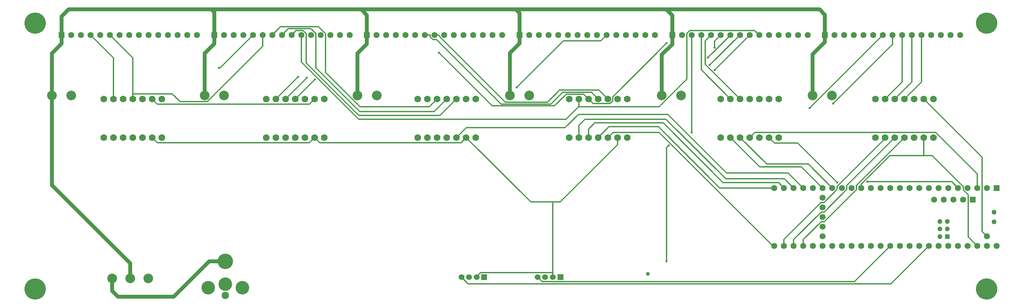
<source format=gbl>
%TF.GenerationSoftware,KiCad,Pcbnew,7.0.2-6a45011f42~172~ubuntu22.04.1*%
%TF.CreationDate,2023-06-12T08:58:01-07:00*%
%TF.ProjectId,arena,6172656e-612e-46b6-9963-61645f706362,rev?*%
%TF.SameCoordinates,Original*%
%TF.FileFunction,Copper,L4,Bot*%
%TF.FilePolarity,Positive*%
%FSLAX46Y46*%
G04 Gerber Fmt 4.6, Leading zero omitted, Abs format (unit mm)*
G04 Created by KiCad (PCBNEW 7.0.2-6a45011f42~172~ubuntu22.04.1) date 2023-06-12 08:58:01*
%MOMM*%
%LPD*%
G01*
G04 APERTURE LIST*
%TA.AperFunction,ComponentPad*%
%ADD10C,2.540000*%
%TD*%
%TA.AperFunction,ComponentPad*%
%ADD11R,1.600000X1.600000*%
%TD*%
%TA.AperFunction,ComponentPad*%
%ADD12C,1.600000*%
%TD*%
%TA.AperFunction,ComponentPad*%
%ADD13C,1.778000*%
%TD*%
%TA.AperFunction,ComponentPad*%
%ADD14C,3.556000*%
%TD*%
%TA.AperFunction,ComponentPad*%
%ADD15C,1.930400*%
%TD*%
%TA.AperFunction,ComponentPad*%
%ADD16C,4.064000*%
%TD*%
%TA.AperFunction,ComponentPad*%
%ADD17R,1.524000X1.524000*%
%TD*%
%TA.AperFunction,ComponentPad*%
%ADD18C,1.524000*%
%TD*%
%TA.AperFunction,ComponentPad*%
%ADD19C,5.600000*%
%TD*%
%TA.AperFunction,ComponentPad*%
%ADD20R,1.300000X1.300000*%
%TD*%
%TA.AperFunction,ComponentPad*%
%ADD21C,1.300000*%
%TD*%
%TA.AperFunction,ViaPad*%
%ADD22C,0.600000*%
%TD*%
%TA.AperFunction,ViaPad*%
%ADD23C,1.000000*%
%TD*%
%TA.AperFunction,Conductor*%
%ADD24C,0.300000*%
%TD*%
%TA.AperFunction,Conductor*%
%ADD25C,1.000000*%
%TD*%
G04 APERTURE END LIST*
D10*
%TO.P,C1,1*%
%TO.N,/VIN*%
X49460000Y-74000000D03*
%TO.P,C1,2*%
%TO.N,GND*%
X54540000Y-74000000D03*
%TD*%
%TO.P,C2,1*%
%TO.N,/VIN*%
X89530200Y-74000000D03*
%TO.P,C2,2*%
%TO.N,GND*%
X94610200Y-74000000D03*
%TD*%
%TO.P,C3,1*%
%TO.N,/VIN*%
X129680200Y-74000000D03*
%TO.P,C3,2*%
%TO.N,GND*%
X134760200Y-74000000D03*
%TD*%
%TO.P,C4,1*%
%TO.N,/VIN*%
X169710000Y-74000000D03*
%TO.P,C4,2*%
%TO.N,GND*%
X174790000Y-74000000D03*
%TD*%
%TO.P,C5,1*%
%TO.N,/VIN*%
X209630200Y-74000000D03*
%TO.P,C5,2*%
%TO.N,GND*%
X214710200Y-74000000D03*
%TD*%
D11*
%TO.P,P1,1*%
%TO.N,/VIN*%
X51970000Y-58100000D03*
D12*
%TO.P,P1,2*%
%TO.N,GND*%
X54510000Y-58100000D03*
%TO.P,P1,3*%
%TO.N,/RESET_PAN*%
X57050000Y-58100000D03*
%TO.P,P1,4*%
%TO.N,/SCK_0_5V*%
X59590000Y-58100000D03*
%TO.P,P1,5*%
%TO.N,/MOSI_0_5V*%
X62130000Y-58100000D03*
%TO.P,P1,6*%
%TO.N,/MISO_0_5V*%
X64670000Y-58100000D03*
%TO.P,P1,7*%
%TO.N,/CS_00_5V*%
X67210000Y-58100000D03*
%TO.P,P1,8*%
%TO.N,/CS_01_5V*%
X69750000Y-58100000D03*
%TO.P,P1,9*%
%TO.N,/CS_02_5V*%
X72290000Y-58100000D03*
%TO.P,P1,10*%
%TO.N,/CS_03_5V*%
X74830000Y-58100000D03*
%TO.P,P1,11*%
%TO.N,/CS_04_5V*%
X77370000Y-58100000D03*
%TO.P,P1,12*%
%TO.N,unconnected-(P1-Pad12)*%
X79910000Y-58100000D03*
%TO.P,P1,13*%
%TO.N,unconnected-(P1-Pad13)*%
X82450000Y-58100000D03*
%TO.P,P1,14*%
%TO.N,unconnected-(P1-Pad14)*%
X84990000Y-58100000D03*
%TO.P,P1,15*%
%TO.N,/EXT_INT_5V*%
X87530000Y-58100000D03*
%TD*%
D11*
%TO.P,P2,1*%
%TO.N,/VIN*%
X92070000Y-58100000D03*
D12*
%TO.P,P2,2*%
%TO.N,GND*%
X94610000Y-58100000D03*
%TO.P,P2,3*%
%TO.N,/RESET_PAN*%
X97150000Y-58100000D03*
%TO.P,P2,4*%
%TO.N,/SCK_0_5V*%
X99690000Y-58100000D03*
%TO.P,P2,5*%
%TO.N,/MOSI_0_5V*%
X102230000Y-58100000D03*
%TO.P,P2,6*%
%TO.N,/MISO_0_5V*%
X104770000Y-58100000D03*
%TO.P,P2,7*%
%TO.N,/CS_05_5V*%
X107310000Y-58100000D03*
%TO.P,P2,8*%
%TO.N,/CS_06_5V*%
X109850000Y-58100000D03*
%TO.P,P2,9*%
%TO.N,/CS_07_5V*%
X112390000Y-58100000D03*
%TO.P,P2,10*%
%TO.N,/CS_08_5V*%
X114930000Y-58100000D03*
%TO.P,P2,11*%
%TO.N,/CS_09_5V*%
X117470000Y-58100000D03*
%TO.P,P2,12*%
%TO.N,unconnected-(P2-Pad12)*%
X120010000Y-58100000D03*
%TO.P,P2,13*%
%TO.N,unconnected-(P2-Pad13)*%
X122550000Y-58100000D03*
%TO.P,P2,14*%
%TO.N,unconnected-(P2-Pad14)*%
X125090000Y-58100000D03*
%TO.P,P2,15*%
%TO.N,/EXT_INT_5V*%
X127630000Y-58100000D03*
%TD*%
D11*
%TO.P,P3,1*%
%TO.N,/VIN*%
X132170000Y-58100000D03*
D12*
%TO.P,P3,2*%
%TO.N,GND*%
X134710000Y-58100000D03*
%TO.P,P3,3*%
%TO.N,/RESET_PAN*%
X137250000Y-58100000D03*
%TO.P,P3,4*%
%TO.N,/SCK_0_5V*%
X139790000Y-58100000D03*
%TO.P,P3,5*%
%TO.N,/MOSI_0_5V*%
X142330000Y-58100000D03*
%TO.P,P3,6*%
%TO.N,/MISO_0_5V*%
X144870000Y-58100000D03*
%TO.P,P3,7*%
%TO.N,/CS_10_5V*%
X147410000Y-58100000D03*
%TO.P,P3,8*%
%TO.N,/CS_11_5V*%
X149950000Y-58100000D03*
%TO.P,P3,9*%
%TO.N,/CS_12_5V*%
X152490000Y-58100000D03*
%TO.P,P3,10*%
%TO.N,/CS_13_5V*%
X155030000Y-58100000D03*
%TO.P,P3,11*%
%TO.N,/CS_14_5V*%
X157570000Y-58100000D03*
%TO.P,P3,12*%
%TO.N,unconnected-(P3-Pad12)*%
X160110000Y-58100000D03*
%TO.P,P3,13*%
%TO.N,unconnected-(P3-Pad13)*%
X162650000Y-58100000D03*
%TO.P,P3,14*%
%TO.N,unconnected-(P3-Pad14)*%
X165190000Y-58100000D03*
%TO.P,P3,15*%
%TO.N,/EXT_INT_5V*%
X167730000Y-58100000D03*
%TD*%
D11*
%TO.P,P4,1*%
%TO.N,/VIN*%
X172270000Y-58100000D03*
D12*
%TO.P,P4,2*%
%TO.N,GND*%
X174810000Y-58100000D03*
%TO.P,P4,3*%
%TO.N,/RESET_PAN*%
X177350000Y-58100000D03*
%TO.P,P4,4*%
%TO.N,/SCK_1_5V*%
X179890000Y-58100000D03*
%TO.P,P4,5*%
%TO.N,/MOSI_1_5V*%
X182430000Y-58100000D03*
%TO.P,P4,6*%
%TO.N,/MISO_1_5V*%
X184970000Y-58100000D03*
%TO.P,P4,7*%
%TO.N,/CS_00_5V*%
X187510000Y-58100000D03*
%TO.P,P4,8*%
%TO.N,/CS_01_5V*%
X190050000Y-58100000D03*
%TO.P,P4,9*%
%TO.N,/CS_02_5V*%
X192590000Y-58100000D03*
%TO.P,P4,10*%
%TO.N,/CS_03_5V*%
X195130000Y-58100000D03*
%TO.P,P4,11*%
%TO.N,/CS_04_5V*%
X197670000Y-58100000D03*
%TO.P,P4,12*%
%TO.N,unconnected-(P4-Pad12)*%
X200210000Y-58100000D03*
%TO.P,P4,13*%
%TO.N,unconnected-(P4-Pad13)*%
X202750000Y-58100000D03*
%TO.P,P4,14*%
%TO.N,unconnected-(P4-Pad14)*%
X205290000Y-58100000D03*
%TO.P,P4,15*%
%TO.N,/EXT_INT_5V*%
X207830000Y-58100000D03*
%TD*%
D11*
%TO.P,P5,1*%
%TO.N,/VIN*%
X212370000Y-58100000D03*
D12*
%TO.P,P5,2*%
%TO.N,GND*%
X214910000Y-58100000D03*
%TO.P,P5,3*%
%TO.N,/RESET_PAN*%
X217450000Y-58100000D03*
%TO.P,P5,4*%
%TO.N,/SCK_1_5V*%
X219990000Y-58100000D03*
%TO.P,P5,5*%
%TO.N,/MOSI_1_5V*%
X222530000Y-58100000D03*
%TO.P,P5,6*%
%TO.N,/MISO_1_5V*%
X225070000Y-58100000D03*
%TO.P,P5,7*%
%TO.N,/CS_05_5V*%
X227610000Y-58100000D03*
%TO.P,P5,8*%
%TO.N,/CS_06_5V*%
X230150000Y-58100000D03*
%TO.P,P5,9*%
%TO.N,/CS_07_5V*%
X232690000Y-58100000D03*
%TO.P,P5,10*%
%TO.N,/CS_08_5V*%
X235230000Y-58100000D03*
%TO.P,P5,11*%
%TO.N,/CS_09_5V*%
X237770000Y-58100000D03*
%TO.P,P5,12*%
%TO.N,unconnected-(P5-Pad12)*%
X240310000Y-58100000D03*
%TO.P,P5,13*%
%TO.N,unconnected-(P5-Pad13)*%
X242850000Y-58100000D03*
%TO.P,P5,14*%
%TO.N,unconnected-(P5-Pad14)*%
X245390000Y-58100000D03*
%TO.P,P5,15*%
%TO.N,/EXT_INT_5V*%
X247930000Y-58100000D03*
%TD*%
D11*
%TO.P,P6,1*%
%TO.N,/VIN*%
X252470000Y-58100000D03*
D12*
%TO.P,P6,2*%
%TO.N,GND*%
X255010000Y-58100000D03*
%TO.P,P6,3*%
%TO.N,/RESET_PAN*%
X257550000Y-58100000D03*
%TO.P,P6,4*%
%TO.N,/SCK_1_5V*%
X260090000Y-58100000D03*
%TO.P,P6,5*%
%TO.N,/MOSI_1_5V*%
X262630000Y-58100000D03*
%TO.P,P6,6*%
%TO.N,/MISO_1_5V*%
X265170000Y-58100000D03*
%TO.P,P6,7*%
%TO.N,/CS_10_5V*%
X267710000Y-58100000D03*
%TO.P,P6,8*%
%TO.N,/CS_11_5V*%
X270250000Y-58100000D03*
%TO.P,P6,9*%
%TO.N,/CS_12_5V*%
X272790000Y-58100000D03*
%TO.P,P6,10*%
%TO.N,/CS_13_5V*%
X275330000Y-58100000D03*
%TO.P,P6,11*%
%TO.N,/CS_14_5V*%
X277870000Y-58100000D03*
%TO.P,P6,12*%
%TO.N,unconnected-(P6-Pad12)*%
X280410000Y-58100000D03*
%TO.P,P6,13*%
%TO.N,unconnected-(P6-Pad13)*%
X282950000Y-58100000D03*
%TO.P,P6,14*%
%TO.N,unconnected-(P6-Pad14)*%
X285490000Y-58100000D03*
%TO.P,P6,15*%
%TO.N,/EXT_INT_5V*%
X288030000Y-58100000D03*
%TD*%
D10*
%TO.P,SW1,1,A*%
%TO.N,/VIN_SW*%
X65250200Y-122200000D03*
%TO.P,SW1,2,B*%
%TO.N,/VIN*%
X70000000Y-122200000D03*
%TO.P,SW1,3,C*%
%TO.N,GND*%
X74749800Y-122200000D03*
%TD*%
D13*
%TO.P,U1,1,OE*%
%TO.N,unconnected-(U1-OE-Pad1)*%
X63060000Y-85080000D03*
%TO.P,U1,2,A1*%
%TO.N,/SCK_0_3V3*%
X65600000Y-85080000D03*
%TO.P,U1,3,A2*%
%TO.N,/MOSI_0_3V3*%
X68140000Y-85080000D03*
%TO.P,U1,4,A3*%
%TO.N,/MISO_0_3V3*%
X70680000Y-85080000D03*
%TO.P,U1,5,A4*%
%TO.N,unconnected-(U1-A4-Pad5)*%
X73220000Y-85080000D03*
%TO.P,U1,6,LV*%
%TO.N,/3V3*%
X75760000Y-85080000D03*
%TO.P,U1,7,GND*%
%TO.N,GND*%
X78300000Y-85080000D03*
%TO.P,U1,8,GND*%
X78300000Y-74920000D03*
%TO.P,U1,9,HV*%
%TO.N,/5V*%
X75760000Y-74920000D03*
%TO.P,U1,10,B4*%
%TO.N,unconnected-(U1-B4-Pad10)*%
X73220000Y-74920000D03*
%TO.P,U1,11,B3*%
%TO.N,/MISO_0_5V*%
X70680000Y-74920000D03*
%TO.P,U1,12,B2*%
%TO.N,/MOSI_0_5V*%
X68140000Y-74920000D03*
%TO.P,U1,13,B1*%
%TO.N,/SCK_0_5V*%
X65600000Y-74920000D03*
%TO.P,U1,14,OE*%
%TO.N,unconnected-(U1-OE-Pad14)*%
X63060000Y-74920000D03*
%TD*%
%TO.P,U2,1,OE*%
%TO.N,unconnected-(U2-OE-Pad1)*%
X225120000Y-85080000D03*
%TO.P,U2,2,A1*%
%TO.N,/SCK_1_3V3*%
X227660000Y-85080000D03*
%TO.P,U2,3,A2*%
%TO.N,/MOSI_1_3V3*%
X230200000Y-85080000D03*
%TO.P,U2,4,A3*%
%TO.N,/MISO_1_3V3*%
X232740000Y-85080000D03*
%TO.P,U2,5,A4*%
%TO.N,unconnected-(U2-A4-Pad5)*%
X235280000Y-85080000D03*
%TO.P,U2,6,LV*%
%TO.N,/3V3*%
X237820000Y-85080000D03*
%TO.P,U2,7,GND*%
%TO.N,GND*%
X240360000Y-85080000D03*
%TO.P,U2,8,GND*%
X240360000Y-74920000D03*
%TO.P,U2,9,HV*%
%TO.N,/5V*%
X237820000Y-74920000D03*
%TO.P,U2,10,B4*%
%TO.N,unconnected-(U2-B4-Pad10)*%
X235280000Y-74920000D03*
%TO.P,U2,11,B3*%
%TO.N,/MISO_1_5V*%
X232740000Y-74920000D03*
%TO.P,U2,12,B2*%
%TO.N,/MOSI_1_5V*%
X230200000Y-74920000D03*
%TO.P,U2,13,B1*%
%TO.N,/SCK_1_5V*%
X227660000Y-74920000D03*
%TO.P,U2,14,OE*%
%TO.N,unconnected-(U2-OE-Pad14)*%
X225120000Y-74920000D03*
%TD*%
%TO.P,U3,1,OE*%
%TO.N,unconnected-(U3-OE-Pad1)*%
X105740000Y-85080000D03*
%TO.P,U3,2,A1*%
%TO.N,/CS_00_3V3*%
X108280000Y-85080000D03*
%TO.P,U3,3,A2*%
%TO.N,/CS_01_3V3*%
X110820000Y-85080000D03*
%TO.P,U3,4,A3*%
%TO.N,/CS_02_3V3*%
X113360000Y-85080000D03*
%TO.P,U3,5,A4*%
%TO.N,/CS_03_3V3*%
X115900000Y-85080000D03*
%TO.P,U3,6,LV*%
%TO.N,/3V3*%
X118440000Y-85080000D03*
%TO.P,U3,7,GND*%
%TO.N,GND*%
X120980000Y-85080000D03*
%TO.P,U3,8,GND*%
X120980000Y-74920000D03*
%TO.P,U3,9,HV*%
%TO.N,/5V*%
X118440000Y-74920000D03*
%TO.P,U3,10,B4*%
%TO.N,/CS_03_5V*%
X115900000Y-74920000D03*
%TO.P,U3,11,B3*%
%TO.N,/CS_02_5V*%
X113360000Y-74920000D03*
%TO.P,U3,12,B2*%
%TO.N,/CS_01_5V*%
X110820000Y-74920000D03*
%TO.P,U3,13,B1*%
%TO.N,/CS_00_5V*%
X108280000Y-74920000D03*
%TO.P,U3,14,OE*%
%TO.N,unconnected-(U3-OE-Pad14)*%
X105740000Y-74920000D03*
%TD*%
%TO.P,U4,1,OE*%
%TO.N,unconnected-(U4-OE-Pad1)*%
X145560000Y-85080000D03*
%TO.P,U4,2,A1*%
%TO.N,/CS_04_3V3*%
X148100000Y-85080000D03*
%TO.P,U4,3,A2*%
%TO.N,/CS_05_3V3*%
X150640000Y-85080000D03*
%TO.P,U4,4,A3*%
%TO.N,/CS_06_3V3*%
X153180000Y-85080000D03*
%TO.P,U4,5,A4*%
%TO.N,/CS_07_3V3*%
X155720000Y-85080000D03*
%TO.P,U4,6,LV*%
%TO.N,/3V3*%
X158260000Y-85080000D03*
%TO.P,U4,7,GND*%
%TO.N,GND*%
X160800000Y-85080000D03*
%TO.P,U4,8,GND*%
X160800000Y-74920000D03*
%TO.P,U4,9,HV*%
%TO.N,/5V*%
X158260000Y-74920000D03*
%TO.P,U4,10,B4*%
%TO.N,/CS_07_5V*%
X155720000Y-74920000D03*
%TO.P,U4,11,B3*%
%TO.N,/CS_06_5V*%
X153180000Y-74920000D03*
%TO.P,U4,12,B2*%
%TO.N,/CS_05_5V*%
X150640000Y-74920000D03*
%TO.P,U4,13,B1*%
%TO.N,/CS_04_5V*%
X148100000Y-74920000D03*
%TO.P,U4,14,OE*%
%TO.N,unconnected-(U4-OE-Pad14)*%
X145560000Y-74920000D03*
%TD*%
%TO.P,U5,1,OE*%
%TO.N,unconnected-(U5-OE-Pad1)*%
X185300000Y-85080000D03*
%TO.P,U5,2,A1*%
%TO.N,/CS_08_3V3*%
X187840000Y-85080000D03*
%TO.P,U5,3,A2*%
%TO.N,/CS_09_3V3*%
X190380000Y-85080000D03*
%TO.P,U5,4,A3*%
%TO.N,/CS_10_3V3*%
X192920000Y-85080000D03*
%TO.P,U5,5,A4*%
%TO.N,/CS_11_3V3*%
X195460000Y-85080000D03*
%TO.P,U5,6,LV*%
%TO.N,/3V3*%
X198000000Y-85080000D03*
%TO.P,U5,7,GND*%
%TO.N,GND*%
X200540000Y-85080000D03*
%TO.P,U5,8,GND*%
X200540000Y-74920000D03*
%TO.P,U5,9,HV*%
%TO.N,/5V*%
X198000000Y-74920000D03*
%TO.P,U5,10,B4*%
%TO.N,/CS_11_5V*%
X195460000Y-74920000D03*
%TO.P,U5,11,B3*%
%TO.N,/CS_10_5V*%
X192920000Y-74920000D03*
%TO.P,U5,12,B2*%
%TO.N,/CS_09_5V*%
X190380000Y-74920000D03*
%TO.P,U5,13,B1*%
%TO.N,/CS_08_5V*%
X187840000Y-74920000D03*
%TO.P,U5,14,OE*%
%TO.N,unconnected-(U5-OE-Pad14)*%
X185300000Y-74920000D03*
%TD*%
%TO.P,U6,1,OE*%
%TO.N,unconnected-(U6-OE-Pad1)*%
X265790000Y-85080000D03*
%TO.P,U6,2,A1*%
%TO.N,/CS_12_3V3*%
X268330000Y-85080000D03*
%TO.P,U6,3,A2*%
%TO.N,/CS_13_3V3*%
X270870000Y-85080000D03*
%TO.P,U6,4,A3*%
%TO.N,/CS_14_3V3*%
X273410000Y-85080000D03*
%TO.P,U6,5,A4*%
%TO.N,unconnected-(U6-A4-Pad5)*%
X275950000Y-85080000D03*
%TO.P,U6,6,LV*%
%TO.N,/3V3*%
X278490000Y-85080000D03*
%TO.P,U6,7,GND*%
%TO.N,GND*%
X281030000Y-85080000D03*
%TO.P,U6,8,GND*%
X281030000Y-74920000D03*
%TO.P,U6,9,HV*%
%TO.N,/5V*%
X278490000Y-74920000D03*
%TO.P,U6,10,B4*%
%TO.N,unconnected-(U6-B4-Pad10)*%
X275950000Y-74920000D03*
%TO.P,U6,11,B3*%
%TO.N,/CS_14_5V*%
X273410000Y-74920000D03*
%TO.P,U6,12,B2*%
%TO.N,/CS_13_5V*%
X270870000Y-74920000D03*
%TO.P,U6,13,B1*%
%TO.N,/CS_12_5V*%
X268330000Y-74920000D03*
%TO.P,U6,14,OE*%
%TO.N,unconnected-(U6-OE-Pad14)*%
X265790000Y-74920000D03*
%TD*%
D14*
%TO.P,J1,*%
%TO.N,*%
X99495800Y-124670000D03*
D15*
X95000000Y-126676600D03*
D14*
X90504200Y-124670000D03*
D16*
%TO.P,J1,1*%
%TO.N,/VIN_SW*%
X95000000Y-117685000D03*
D14*
%TO.P,J1,2*%
%TO.N,GND*%
X95000000Y-123679400D03*
%TD*%
D17*
%TO.P,J2,1,Pin_1*%
%TO.N,GND*%
X163000000Y-121880000D03*
D18*
%TO.P,J2,2,Pin_2*%
%TO.N,/3V3*%
X161000000Y-121880000D03*
%TO.P,J2,3,Pin_3*%
%TO.N,/SDA*%
X159000000Y-121880000D03*
%TO.P,J2,4,Pin_4*%
%TO.N,/SCL*%
X157000000Y-121880000D03*
%TD*%
D19*
%TO.P,H1,1,1*%
%TO.N,GND*%
X45000000Y-55000000D03*
%TD*%
%TO.P,H2,1,1*%
%TO.N,GND*%
X45000000Y-125000000D03*
%TD*%
%TO.P,H4,1,1*%
%TO.N,GND*%
X295000000Y-55000000D03*
%TD*%
D11*
%TO.P,U7,1,GND*%
%TO.N,GND*%
X297610000Y-98368400D03*
D12*
%TO.P,U7,2,0_RX1_CRX2_CS1*%
%TO.N,unconnected-(U7-0_RX1_CRX2_CS1-Pad2)*%
X295070000Y-98368400D03*
%TO.P,U7,3,1_TX1_CTX2_MISO1*%
%TO.N,/MISO_1_3V3*%
X292530000Y-98368400D03*
%TO.P,U7,4,2_OUT2*%
%TO.N,unconnected-(U7-2_OUT2-Pad4)*%
X289990000Y-98368400D03*
%TO.P,U7,5,3_LRCLK2*%
%TO.N,/CS_00_3V3*%
X287450000Y-98368400D03*
%TO.P,U7,6,4_BCLK2*%
%TO.N,/CS_01_3V3*%
X284910000Y-98368400D03*
%TO.P,U7,7,5_IN2*%
%TO.N,/CS_02_3V3*%
X282370000Y-98368400D03*
%TO.P,U7,8,6_OUT1D*%
%TO.N,/CS_03_3V3*%
X279830000Y-98368400D03*
%TO.P,U7,9,7_RX2_OUT1A*%
%TO.N,/CS_04_3V3*%
X277290000Y-98368400D03*
%TO.P,U7,10,8_TX2_IN1*%
%TO.N,/CS_05_3V3*%
X274750000Y-98368400D03*
%TO.P,U7,11,9_OUT1C*%
%TO.N,/CS_06_3V3*%
X272210000Y-98368400D03*
%TO.P,U7,12,10_CS_MQSR*%
%TO.N,unconnected-(U7-10_CS_MQSR-Pad12)*%
X269670000Y-98368400D03*
%TO.P,U7,13,11_MOSI_CTX1*%
%TO.N,/MOSI_0_3V3*%
X267130000Y-98368400D03*
%TO.P,U7,14,12_MISO_MQSL*%
%TO.N,/MISO_0_3V3*%
X264590000Y-98368400D03*
%TO.P,U7,15,3V3*%
%TO.N,/3V3*%
X262050000Y-98368400D03*
%TO.P,U7,16,24_A10_TX6_SCL2*%
%TO.N,unconnected-(U7-24_A10_TX6_SCL2-Pad16)*%
X259510000Y-98368400D03*
%TO.P,U7,17,25_A11_RX6_SDA2*%
%TO.N,unconnected-(U7-25_A11_RX6_SDA2-Pad17)*%
X256970000Y-98368400D03*
%TO.P,U7,18,26_A12_MOSI1*%
%TO.N,/MOSI_1_3V3*%
X254430000Y-98368400D03*
%TO.P,U7,19,27_A13_SCK1*%
%TO.N,/SCK_1_3V3*%
X251890000Y-98368400D03*
%TO.P,U7,20,28_RX7*%
%TO.N,unconnected-(U7-28_RX7-Pad20)*%
X249350000Y-98368400D03*
%TO.P,U7,21,29_TX7*%
%TO.N,/CS_07_3V3*%
X246810000Y-98368400D03*
%TO.P,U7,22,30_CRX3*%
%TO.N,/CS_08_3V3*%
X244270000Y-98368400D03*
%TO.P,U7,23,31_CTX3*%
%TO.N,/CS_09_3V3*%
X241730000Y-98368400D03*
%TO.P,U7,24,32_OUT1B*%
%TO.N,/CS_10_3V3*%
X239190000Y-98368400D03*
%TO.P,U7,25,33_MCLK2*%
%TO.N,/CS_11_3V3*%
X239190000Y-113608400D03*
%TO.P,U7,26,34_RX8*%
%TO.N,/CS_12_3V3*%
X241730000Y-113608400D03*
%TO.P,U7,27,35_TX8*%
%TO.N,/CS_13_3V3*%
X244270000Y-113608400D03*
%TO.P,U7,28,36_CS*%
%TO.N,/CS_14_3V3*%
X246810000Y-113608400D03*
%TO.P,U7,29,37_CS*%
%TO.N,/RESET*%
X249350000Y-113608400D03*
%TO.P,U7,30,38_CS1_IN1*%
%TO.N,unconnected-(U7-38_CS1_IN1-Pad30)*%
X251890000Y-113608400D03*
%TO.P,U7,31,39_MISO1_OUT1A*%
%TO.N,unconnected-(U7-39_MISO1_OUT1A-Pad31)*%
X254430000Y-113608400D03*
%TO.P,U7,32,40_A16*%
%TO.N,unconnected-(U7-40_A16-Pad32)*%
X256970000Y-113608400D03*
%TO.P,U7,33,41_A17*%
%TO.N,unconnected-(U7-41_A17-Pad33)*%
X259510000Y-113608400D03*
%TO.P,U7,34,GND*%
%TO.N,GND*%
X262050000Y-113608400D03*
%TO.P,U7,35,13_SCK_LED*%
%TO.N,/SCK_0_3V3*%
X264590000Y-113608400D03*
%TO.P,U7,36,14_A0_TX3_SPDIF_OUT*%
%TO.N,/A0*%
X267130000Y-113608400D03*
%TO.P,U7,37,15_A1_RX3_SPDIF_IN*%
%TO.N,/A1*%
X269670000Y-113608400D03*
%TO.P,U7,38,16_A2_RX4_SCL1*%
%TO.N,unconnected-(U7-16_A2_RX4_SCL1-Pad38)*%
X272210000Y-113608400D03*
%TO.P,U7,39,17_A3_TX4_SDA1*%
%TO.N,unconnected-(U7-17_A3_TX4_SDA1-Pad39)*%
X274750000Y-113608400D03*
%TO.P,U7,40,18_A4_SDA*%
%TO.N,/SDA*%
X277290000Y-113608400D03*
%TO.P,U7,41,19_A5_SCL*%
%TO.N,/SCL*%
X279830000Y-113608400D03*
%TO.P,U7,42,20_A6_TX5_LRCLK1*%
%TO.N,unconnected-(U7-20_A6_TX5_LRCLK1-Pad42)*%
X282370000Y-113608400D03*
%TO.P,U7,43,21_A7_RX5_BCLK1*%
%TO.N,unconnected-(U7-21_A7_RX5_BCLK1-Pad43)*%
X284910000Y-113608400D03*
%TO.P,U7,44,22_A8_CTX1*%
%TO.N,unconnected-(U7-22_A8_CTX1-Pad44)*%
X287450000Y-113608400D03*
%TO.P,U7,45,23_A9_CRX1_MCLK1*%
%TO.N,unconnected-(U7-23_A9_CRX1_MCLK1-Pad45)*%
X289990000Y-113608400D03*
%TO.P,U7,46,3V3*%
%TO.N,/3V3*%
X292530000Y-113608400D03*
%TO.P,U7,47,GND*%
%TO.N,GND*%
X295070000Y-113608400D03*
%TO.P,U7,48,VIN*%
%TO.N,unconnected-(U7-VIN-Pad48)*%
X297610000Y-113608400D03*
%TO.P,U7,49,VUSB*%
%TO.N,/5V*%
X295070000Y-111068400D03*
%TO.P,U7,50,VBAT*%
%TO.N,unconnected-(U7-VBAT-Pad50)*%
X251890000Y-100908400D03*
%TO.P,U7,51,3V3*%
%TO.N,unconnected-(U7-3V3-Pad51)*%
X251890000Y-103448400D03*
%TO.P,U7,52,GND*%
%TO.N,unconnected-(U7-GND-Pad52)*%
X251890000Y-105988400D03*
%TO.P,U7,53,PROGRAM*%
%TO.N,unconnected-(U7-PROGRAM-Pad53)*%
X251890000Y-108528400D03*
%TO.P,U7,54,ON_OFF*%
%TO.N,unconnected-(U7-ON_OFF-Pad54)*%
X251890000Y-111068400D03*
D11*
%TO.P,U7,55,5V*%
%TO.N,unconnected-(U7-5V-Pad55)*%
X291310800Y-101419200D03*
D12*
%TO.P,U7,56,D-*%
%TO.N,unconnected-(U7-D--Pad56)*%
X288770800Y-101419200D03*
%TO.P,U7,57,D+*%
%TO.N,unconnected-(U7-D+-Pad57)*%
X286230800Y-101419200D03*
%TO.P,U7,58,GND*%
%TO.N,unconnected-(U7-GND-Pad58)*%
X283690800Y-101419200D03*
%TO.P,U7,59,GND*%
%TO.N,unconnected-(U7-GND-Pad59)*%
X281150800Y-101419200D03*
D20*
%TO.P,U7,60,R+*%
%TO.N,unconnected-(U7-R+-Pad60)*%
X284640000Y-111170000D03*
D21*
%TO.P,U7,61,LED*%
%TO.N,unconnected-(U7-LED-Pad61)*%
X284640000Y-109170000D03*
%TO.P,U7,62,T-*%
%TO.N,unconnected-(U7-T--Pad62)*%
X284640000Y-107170000D03*
%TO.P,U7,63,T+*%
%TO.N,unconnected-(U7-T+-Pad63)*%
X282640000Y-107170000D03*
%TO.P,U7,64,GND*%
%TO.N,unconnected-(U7-GND-Pad64)*%
X282640000Y-109170000D03*
%TO.P,U7,65,R-*%
%TO.N,unconnected-(U7-R--Pad65)*%
X282640000Y-111170000D03*
%TO.P,U7,66,D-*%
%TO.N,unconnected-(U7-D--Pad66)*%
X296880000Y-107258400D03*
%TO.P,U7,67,D+*%
%TO.N,unconnected-(U7-D+-Pad67)*%
X296880000Y-104718400D03*
%TD*%
D19*
%TO.P,H3,1,1*%
%TO.N,GND*%
X295000000Y-125000000D03*
%TD*%
D17*
%TO.P,J3,1,Pin_1*%
%TO.N,GND*%
X183000000Y-121850000D03*
D18*
%TO.P,J3,2,Pin_2*%
%TO.N,/3V3*%
X181000000Y-121850000D03*
%TO.P,J3,3,Pin_3*%
%TO.N,/A0*%
X179000000Y-121850000D03*
%TO.P,J3,4,Pin_4*%
%TO.N,/A1*%
X177000000Y-121850000D03*
%TD*%
D10*
%TO.P,C6,1*%
%TO.N,/VIN*%
X249260000Y-74000000D03*
%TO.P,C6,2*%
%TO.N,GND*%
X254340000Y-74000000D03*
%TD*%
D22*
%TO.N,/3V3*%
X255771200Y-96987900D03*
%TO.N,/MISO_1_5V*%
X223458600Y-61395000D03*
%TO.N,/CS_00_5V*%
X114100000Y-69100000D03*
%TO.N,/CS_01_5V*%
X116370000Y-69370000D03*
%TO.N,/CS_02_5V*%
X118515000Y-69765000D03*
%TO.N,/CS_03_5V*%
X171514950Y-71914950D03*
%TO.N,/MOSI_0_5V*%
X93250000Y-66750000D03*
%TO.N,/CS_05_5V*%
X221720500Y-64052500D03*
%TO.N,/CS_06_5V*%
X222240400Y-66009600D03*
%TO.N,/CS_07_5V*%
X223501300Y-67288700D03*
%TO.N,/CS_09_5V*%
X151085000Y-62723600D03*
X210918000Y-60211500D03*
%TO.N,/RESET_PAN*%
X211443700Y-87165200D03*
X210917600Y-117672900D03*
X217450000Y-83750000D03*
D23*
%TO.N,GND*%
X206000000Y-121000000D03*
D22*
%TO.N,/CS_10_5V*%
X248494600Y-77315400D03*
%TO.N,/CS_11_5V*%
X254667700Y-76161200D03*
%TO.N,/CS_00_3V3*%
X263658400Y-96694100D03*
%TD*%
D24*
%TO.N,/3V3*%
X269533800Y-89876500D02*
X278490000Y-89876500D01*
X161000000Y-121659700D02*
X162027800Y-120631900D01*
X198000000Y-87000000D02*
X198000000Y-85080000D01*
X181000000Y-120631900D02*
X181000000Y-102080000D01*
X118440000Y-85080000D02*
X119779200Y-86419200D01*
X182920000Y-102080000D02*
X198000000Y-87000000D01*
X280653200Y-89876500D02*
X288839800Y-98063100D01*
X262050000Y-97360300D02*
X269533800Y-89876500D01*
X278490000Y-89876500D02*
X278490000Y-85080000D01*
X75760000Y-85080000D02*
X77099200Y-86419200D01*
X162027800Y-120631900D02*
X181000000Y-120631900D01*
X239261900Y-86521900D02*
X237820000Y-85080000D01*
X175260000Y-102080000D02*
X158260000Y-85080000D01*
X255771200Y-96987900D02*
X245305200Y-86521900D01*
X181000000Y-102080000D02*
X182920000Y-102080000D01*
X181000000Y-102080000D02*
X175260000Y-102080000D01*
X288839800Y-98063100D02*
X288839800Y-98892000D01*
X181000000Y-121850000D02*
X181000000Y-120631900D01*
X278490000Y-89876500D02*
X280653200Y-89876500D01*
X161000000Y-121880000D02*
X161000000Y-121659700D01*
X290160600Y-100212800D02*
X290160600Y-111239000D01*
X262050000Y-98368400D02*
X262050000Y-97360300D01*
X156920800Y-86419200D02*
X158260000Y-85080000D01*
X245305200Y-86521900D02*
X239261900Y-86521900D01*
X77099200Y-86419200D02*
X117100800Y-86419200D01*
X288839800Y-98892000D02*
X290160600Y-100212800D01*
X290160600Y-111239000D02*
X292530000Y-113608400D01*
X117100800Y-86419200D02*
X118440000Y-85080000D01*
X119779200Y-86419200D02*
X156920800Y-86419200D01*
%TO.N,/5V*%
X278490000Y-74920000D02*
X293800000Y-90230000D01*
X75760000Y-74920000D02*
X77110700Y-76270700D01*
X117089300Y-76270700D02*
X118440000Y-74920000D01*
X293800000Y-109798400D02*
X295070000Y-111068400D01*
X293800000Y-90230000D02*
X293800000Y-109798400D01*
X77110700Y-76270700D02*
X117089300Y-76270700D01*
D25*
%TO.N,/VIN*%
X91310000Y-51300000D02*
X91320000Y-51310000D01*
X212370000Y-52930000D02*
X212370000Y-58100000D01*
X252470000Y-58100000D02*
X252470000Y-59950000D01*
X129680000Y-68561800D02*
X129680000Y-74000000D01*
X210780000Y-51340000D02*
X212370000Y-52930000D01*
D24*
X209630000Y-68644900D02*
X209630200Y-68645100D01*
D25*
X251060000Y-51340000D02*
X252470000Y-52750000D01*
X210780000Y-51340000D02*
X251060000Y-51340000D01*
X91310000Y-51300000D02*
X91320000Y-51310000D01*
X91320000Y-51310000D02*
X92070000Y-52060000D01*
X89530200Y-62899800D02*
X89530200Y-74000000D01*
X51970000Y-60400000D02*
X51970000Y-58100000D01*
X70000000Y-118170000D02*
X49460000Y-97630000D01*
X209630000Y-63289800D02*
X209630000Y-68644900D01*
X130670000Y-51310000D02*
X171280000Y-51310000D01*
X210750000Y-51310000D02*
X210780000Y-51340000D01*
D24*
X209630200Y-68645100D02*
X209630200Y-74000000D01*
D25*
X209630000Y-68644900D02*
X209630000Y-74000000D01*
X210750000Y-51310000D02*
X210780000Y-51340000D01*
X92070000Y-52060000D02*
X92070000Y-58100000D01*
X132170000Y-58100000D02*
X132170000Y-60460000D01*
X49460000Y-62910000D02*
X51970000Y-60400000D01*
X172270000Y-58100000D02*
X172270000Y-60270000D01*
X49460000Y-74000000D02*
X49460000Y-62910000D01*
X172270000Y-60270000D02*
X169710000Y-62830000D01*
X92070000Y-60360000D02*
X89530200Y-62899800D01*
X172270000Y-58100000D02*
X172270000Y-52300000D01*
X132170000Y-60460000D02*
X129680000Y-62949800D01*
X252470000Y-52750000D02*
X252470000Y-58100000D01*
X169710000Y-62830000D02*
X169710000Y-74000000D01*
X51970000Y-58100000D02*
X51970000Y-53160000D01*
X70000000Y-122200000D02*
X70000000Y-118170000D01*
X132170000Y-52810000D02*
X132170000Y-58100000D01*
X91320000Y-51310000D02*
X130670000Y-51310000D01*
X92070000Y-58100000D02*
X92070000Y-60360000D01*
D24*
X129680000Y-68561800D02*
X129680200Y-68562000D01*
D25*
X249260000Y-63160000D02*
X249260000Y-74000000D01*
X172270000Y-52300000D02*
X171280000Y-51310000D01*
X212370000Y-60550000D02*
X209630000Y-63289800D01*
X252470000Y-59950000D02*
X249260000Y-63160000D01*
X53830000Y-51300000D02*
X91310000Y-51300000D01*
X171280000Y-51310000D02*
X210750000Y-51310000D01*
X129680000Y-62949800D02*
X129680000Y-68561800D01*
X51970000Y-53160000D02*
X53830000Y-51300000D01*
X49460000Y-97630000D02*
X49460000Y-74000000D01*
X130670000Y-51310000D02*
X132170000Y-52810000D01*
X212370000Y-58100000D02*
X212370000Y-60550000D01*
D24*
X129680200Y-68562000D02*
X129680200Y-74000000D01*
D25*
%TO.N,/VIN_SW*%
X81450000Y-127020000D02*
X66740000Y-127020000D01*
X90785000Y-117685000D02*
X81450000Y-127020000D01*
X95000000Y-117685000D02*
X90785000Y-117685000D01*
X66740000Y-127020000D02*
X65250200Y-125530000D01*
X65250200Y-125530000D02*
X65250200Y-122200000D01*
D24*
%TO.N,/MISO_0_5V*%
X70680000Y-73561600D02*
X70680000Y-74920000D01*
X64670000Y-58100000D02*
X70680000Y-64110000D01*
X90224400Y-75633600D02*
X83117100Y-75633600D01*
X83117100Y-75633600D02*
X81045100Y-73561600D01*
X104770000Y-58100000D02*
X104770000Y-61088000D01*
X70680000Y-64110000D02*
X70680000Y-73561600D01*
X81045100Y-73561600D02*
X70680000Y-73561600D01*
X104770000Y-61088000D02*
X90224400Y-75633600D01*
%TO.N,/SCL*%
X158725700Y-123605700D02*
X269832700Y-123605700D01*
X157000000Y-121880000D02*
X158725700Y-123605700D01*
X269832700Y-123605700D02*
X279830000Y-113608400D01*
%TO.N,/MISO_1_3V3*%
X234089100Y-83730900D02*
X281618100Y-83730900D01*
X281618100Y-83730900D02*
X292530000Y-94642800D01*
X292530000Y-94642800D02*
X292530000Y-98368400D01*
X232740000Y-85080000D02*
X234089100Y-83730900D01*
%TO.N,/MISO_1_5V*%
X223458600Y-59711400D02*
X223458600Y-61395000D01*
X225070000Y-58100000D02*
X223458600Y-59711400D01*
%TO.N,/A1*%
X178218600Y-123068600D02*
X260209800Y-123068600D01*
X260209800Y-123068600D02*
X269670000Y-113608400D01*
X177000000Y-121850000D02*
X178218600Y-123068600D01*
%TO.N,/CS_00_5V*%
X114100000Y-69100000D02*
X108280000Y-74920000D01*
%TO.N,/CS_01_5V*%
X116370000Y-69370000D02*
X110820000Y-74920000D01*
%TO.N,/CS_02_5V*%
X118515000Y-69765000D02*
X113360000Y-74920000D01*
%TO.N,/CS_03_5V*%
X183826200Y-59603700D02*
X193626300Y-59603700D01*
X193626300Y-59603700D02*
X195130000Y-58100000D01*
X171514950Y-71914950D02*
X183826200Y-59603700D01*
%TO.N,/MOSI_0_5V*%
X93580000Y-66750000D02*
X102230000Y-58100000D01*
X93250000Y-66750000D02*
X93580000Y-66750000D01*
%TO.N,/CS_05_5V*%
X227610000Y-58163000D02*
X221720500Y-64052500D01*
X121280000Y-57729300D02*
X119476500Y-55925800D01*
X121280000Y-67899094D02*
X121280000Y-57729300D01*
X150640000Y-74920000D02*
X148560000Y-77000000D01*
X109484200Y-55925800D02*
X107310000Y-58100000D01*
X130380906Y-77000000D02*
X121280000Y-67899094D01*
X119476500Y-55925800D02*
X109484200Y-55925800D01*
X227610000Y-58100000D02*
X227610000Y-58163000D01*
X148560000Y-77000000D02*
X130380906Y-77000000D01*
%TO.N,/MOSI_1_3V3*%
X237198200Y-92078200D02*
X230200000Y-85080000D01*
X248139800Y-92078200D02*
X237198200Y-92078200D01*
X254430000Y-98368400D02*
X248139800Y-92078200D01*
%TO.N,/MOSI_1_5V*%
X221047600Y-65767600D02*
X230200000Y-74920000D01*
X221047600Y-59582400D02*
X221047600Y-65767600D01*
X222530000Y-58100000D02*
X221047600Y-59582400D01*
%TO.N,/CS_06_5V*%
X149850000Y-78250000D02*
X130250000Y-78250000D01*
X230150000Y-58100000D02*
X222240400Y-66009600D01*
X130250000Y-78250000D02*
X118740000Y-66740000D01*
X118740000Y-57713100D02*
X117452800Y-56425900D01*
X117452800Y-56425900D02*
X111524100Y-56425900D01*
X111524100Y-56425900D02*
X109850000Y-58100000D01*
X118740000Y-66740000D02*
X118740000Y-57713100D01*
X153180000Y-74920000D02*
X149850000Y-78250000D01*
%TO.N,/CS_07_5V*%
X115397400Y-56939300D02*
X113550700Y-56939300D01*
X155720000Y-74920000D02*
X151390000Y-79250000D01*
X151390000Y-79250000D02*
X130000000Y-79250000D01*
X116200000Y-57741900D02*
X115397400Y-56939300D01*
X130000000Y-79250000D02*
X116200000Y-65450000D01*
X232690000Y-58100000D02*
X223501300Y-67288700D01*
X116200000Y-65450000D02*
X116200000Y-57741900D01*
X113550700Y-56939300D02*
X112390000Y-58100000D01*
%TO.N,/CS_08_5V*%
X208922300Y-77000000D02*
X187840000Y-77000000D01*
X216999100Y-56908600D02*
X216250800Y-57656900D01*
X235230000Y-58100000D02*
X234038600Y-56908600D01*
X216250800Y-57656900D02*
X216250800Y-69671500D01*
X114930000Y-65180000D02*
X114930000Y-58100000D01*
X234038600Y-56908600D02*
X216999100Y-56908600D01*
X187840000Y-77000000D02*
X187840000Y-74920000D01*
X187840000Y-76910000D02*
X184500000Y-80250000D01*
X187840000Y-74920000D02*
X187840000Y-76910000D01*
X216250800Y-69671500D02*
X208922300Y-77000000D01*
X130000000Y-80250000D02*
X114930000Y-65180000D01*
X184500000Y-80250000D02*
X130000000Y-80250000D01*
%TO.N,/CS_09_5V*%
X189125800Y-73665800D02*
X190380000Y-74920000D01*
X190380000Y-74920000D02*
X191621000Y-76161000D01*
X165121000Y-76759600D02*
X181421100Y-76759600D01*
X181421100Y-76759600D02*
X184514900Y-73665800D01*
X151085000Y-62723600D02*
X165121000Y-76759600D01*
X196024500Y-76161000D02*
X196730000Y-75455500D01*
X184514900Y-73665800D02*
X189125800Y-73665800D01*
X191621000Y-76161000D02*
X196024500Y-76161000D01*
X196730000Y-74399500D02*
X210918000Y-60211500D01*
X196730000Y-75455500D02*
X196730000Y-74399500D01*
%TO.N,/RESET_PAN*%
X210917600Y-87691300D02*
X211443700Y-87165200D01*
X217450000Y-83750000D02*
X217450000Y-58100000D01*
X210917600Y-117672900D02*
X210917600Y-87691300D01*
%TO.N,/SCK_0_5V*%
X65600000Y-64110000D02*
X65600000Y-74920000D01*
X59590000Y-58100000D02*
X65600000Y-64110000D01*
%TO.N,/SCK_1_3V3*%
X251890000Y-98368400D02*
X246292600Y-92771000D01*
X246292600Y-92771000D02*
X235351000Y-92771000D01*
X235351000Y-92771000D02*
X227660000Y-85080000D01*
%TO.N,/SCK_1_5V*%
X219990000Y-67250000D02*
X227660000Y-74920000D01*
X219990000Y-58100000D02*
X219990000Y-67250000D01*
%TO.N,/CS_10_5V*%
X183600600Y-73165600D02*
X180506800Y-76259400D01*
X192920000Y-74920000D02*
X191165600Y-73165600D01*
X180506800Y-76259400D02*
X167459400Y-76259400D01*
X267710000Y-58100000D02*
X248494600Y-77315400D01*
X150450000Y-59250000D02*
X149473654Y-59250000D01*
X167459400Y-76259400D02*
X150450000Y-59250000D01*
X148800000Y-58576346D02*
X148800000Y-58100000D01*
X148800000Y-58100000D02*
X147410000Y-58100000D01*
X149473654Y-59250000D02*
X148800000Y-58576346D01*
X191165600Y-73165600D02*
X183600600Y-73165600D01*
%TO.N,/CS_11_5V*%
X193146400Y-72606400D02*
X182778200Y-72606400D01*
X152013654Y-59250000D02*
X151340000Y-58576346D01*
X151340000Y-58540000D02*
X150900000Y-58100000D01*
X168559200Y-75759200D02*
X152050000Y-59250000D01*
X182778200Y-72606400D02*
X179625400Y-75759200D01*
X152050000Y-59250000D02*
X152013654Y-59250000D01*
X150900000Y-58100000D02*
X149950000Y-58100000D01*
X270250000Y-58100000D02*
X270250000Y-60578900D01*
X179625400Y-75759200D02*
X168559200Y-75759200D01*
X151340000Y-58576346D02*
X151340000Y-58540000D01*
X195460000Y-74920000D02*
X193146400Y-72606400D01*
X270250000Y-60578900D02*
X254667700Y-76161200D01*
%TO.N,/CS_12_5V*%
X272790000Y-58100000D02*
X272790000Y-70460000D01*
X272790000Y-70460000D02*
X268330000Y-74920000D01*
%TO.N,/CS_13_5V*%
X275330000Y-58100000D02*
X275330000Y-70460000D01*
X275330000Y-70460000D02*
X270870000Y-74920000D01*
%TO.N,/CS_14_5V*%
X277870000Y-70460000D02*
X273410000Y-74920000D01*
X277870000Y-58100000D02*
X277870000Y-70460000D01*
%TO.N,/CS_00_3V3*%
X285775700Y-96694100D02*
X263658400Y-96694100D01*
X287450000Y-98368400D02*
X285775700Y-96694100D01*
%TO.N,/CS_07_3V3*%
X242827100Y-94385500D02*
X226635500Y-94385500D01*
X226635500Y-94385500D02*
X211250000Y-79000000D01*
X184250000Y-82500000D02*
X158300000Y-82500000D01*
X246810000Y-98368400D02*
X242827100Y-94385500D01*
X211250000Y-79000000D02*
X187750000Y-79000000D01*
X187750000Y-79000000D02*
X184250000Y-82500000D01*
X158300000Y-82500000D02*
X155720000Y-85080000D01*
%TO.N,/CS_08_3V3*%
X187840000Y-81910000D02*
X187840000Y-85080000D01*
X226469700Y-95969700D02*
X210750000Y-80250000D01*
X189500000Y-80250000D02*
X187840000Y-81910000D01*
X241871300Y-95969700D02*
X226469700Y-95969700D01*
X244270000Y-98368400D02*
X241871300Y-95969700D01*
X210750000Y-80250000D02*
X189500000Y-80250000D01*
%TO.N,/CS_09_3V3*%
X190380000Y-82870000D02*
X190380000Y-85080000D01*
X225738400Y-96988400D02*
X210000000Y-81250000D01*
X210000000Y-81250000D02*
X192000000Y-81250000D01*
X240350000Y-96988400D02*
X225738400Y-96988400D01*
X192000000Y-81250000D02*
X190380000Y-82870000D01*
X241730000Y-98368400D02*
X240350000Y-96988400D01*
%TO.N,/CS_10_3V3*%
X224868400Y-98368400D02*
X239190000Y-98368400D01*
X192920000Y-85080000D02*
X195750000Y-82250000D01*
X195750000Y-82250000D02*
X208750000Y-82250000D01*
X208750000Y-82250000D02*
X224868400Y-98368400D01*
%TO.N,/CS_11_3V3*%
X208939400Y-83711200D02*
X238836600Y-113608400D01*
X238836600Y-113608400D02*
X239190000Y-113608400D01*
X195460000Y-85080000D02*
X196828800Y-83711200D01*
X196828800Y-83711200D02*
X208939400Y-83711200D01*
%TO.N,/CS_12_3V3*%
X268330000Y-85365100D02*
X255700000Y-97995100D01*
X251480500Y-102178400D02*
X241730000Y-111928900D01*
X241730000Y-111928900D02*
X241730000Y-113608400D01*
X252295700Y-102178400D02*
X251480500Y-102178400D01*
X255700000Y-97995100D02*
X255700000Y-98774100D01*
X255700000Y-98774100D02*
X252295700Y-102178400D01*
X268330000Y-85080000D02*
X268330000Y-85365100D01*
%TO.N,/CS_13_3V3*%
X270870000Y-85080000D02*
X258240000Y-97710000D01*
X244270000Y-111949500D02*
X244270000Y-113608400D01*
X258240000Y-97710000D02*
X258240000Y-98776700D01*
X252298300Y-104718400D02*
X251501100Y-104718400D01*
X251501100Y-104718400D02*
X244270000Y-111949500D01*
X258240000Y-98776700D02*
X252298300Y-104718400D01*
%TO.N,/CS_14_3V3*%
X246810000Y-111939200D02*
X246810000Y-113608400D01*
X260780000Y-98790500D02*
X252312100Y-107258400D01*
X260780000Y-97710000D02*
X260780000Y-98790500D01*
X252312100Y-107258400D02*
X251490800Y-107258400D01*
X251490800Y-107258400D02*
X246810000Y-111939200D01*
X273410000Y-85080000D02*
X260780000Y-97710000D01*
%TD*%
M02*

</source>
